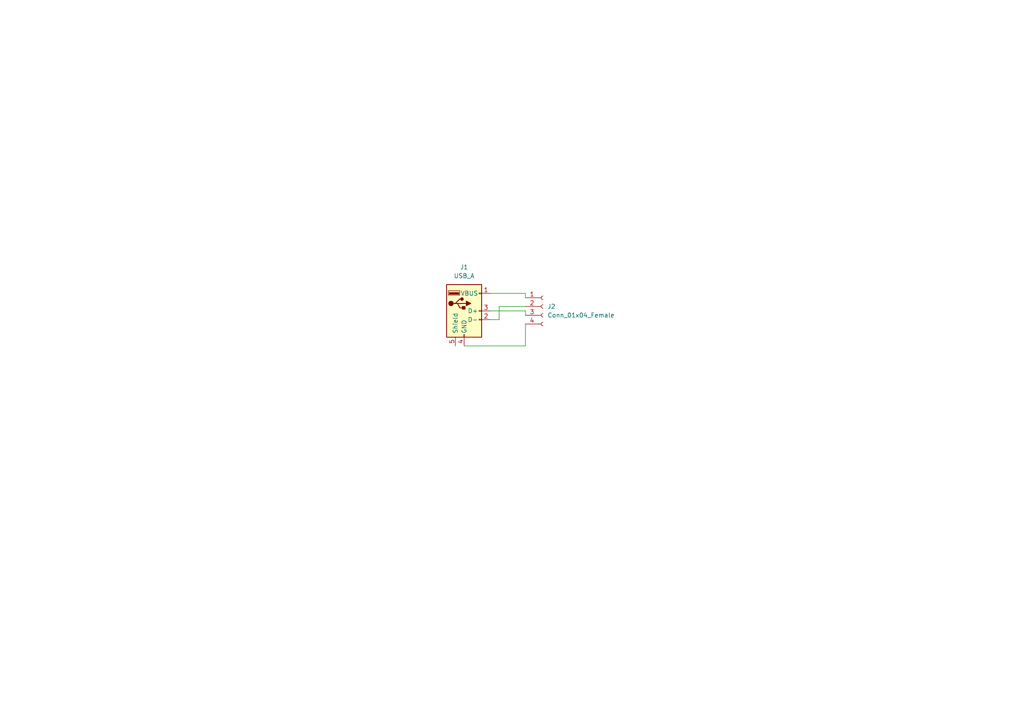
<source format=kicad_sch>
(kicad_sch (version 20211123) (generator eeschema)
  (paper "A4")
  (lib_symbols
    (symbol "Connector:Conn_01x04_Female" (pin_names (offset 1.016) hide)
      (property "Reference" "J" (at 0 5.08 0))
      (property "Value" "Conn_01x04_Female" (at 0 -7.62 0))
      (symbol "Conn_01x04_Female_1_1"
        (arc (start 0 -4.572) (mid -0.508 -5.08) (end 0 -5.588) (stroke (width 0.1524)))
        (arc (start 0 -2.032) (mid -0.508 -2.54) (end 0 -3.048) (stroke (width 0.1524)))
        (polyline (pts (xy -1.27 -5.08) (xy -0.508 -5.08)) (stroke (width 0.1524)))
        (polyline (pts (xy -1.27 -2.54) (xy -0.508 -2.54)) (stroke (width 0.1524)))
        (polyline (pts (xy -1.27 0) (xy -0.508 0)) (stroke (width 0.1524)))
        (polyline (pts (xy -1.27 2.54) (xy -0.508 2.54)) (stroke (width 0.1524)))
        (arc (start 0 0.508) (mid -0.508 0) (end 0 -0.508) (stroke (width 0.1524)))
        (arc (start 0 3.048) (mid -0.508 2.54) (end 0 2.032) (stroke (width 0.1524)))
        (pin passive line (at -5.08 2.54 0) (length 3.81) (name "Pin_1") (number "1"))
        (pin passive line (at -5.08 0 0) (length 3.81) (name "Pin_2") (number "2"))
        (pin passive line (at -5.08 -2.54 0) (length 3.81) (name "Pin_3") (number "3"))
        (pin passive line (at -5.08 -5.08 0) (length 3.81) (name "Pin_4") (number "4"))
      )
    )
    (symbol "Connector:USB_A" (pin_names (offset 1.016))
      (property "Reference" "J" (at -5.08 11.43 0))
      (property "Value" "USB_A" (at -5.08 8.89 0))
      (symbol "USB_A_0_1"
        (rectangle (start -5.08 -7.62) (end 5.08 7.62) (stroke (width 0.254)) (fill (type background)))
        (circle (center -3.81 2.159) (radius 0.635) (stroke (width 0.254)) (fill (type outline)))
        (rectangle (start -1.524 4.826) (end -4.318 5.334) (fill (type outline)))
        (rectangle (start -1.27 4.572) (end -4.572 5.842))
        (circle (center -0.635 3.429) (radius 0.381) (stroke (width 0.254)) (fill (type outline)))
        (rectangle (start -0.127 -7.62) (end 0.127 -6.858))
        (polyline (pts (xy -3.175 2.159) (xy -2.54 2.159) (xy -1.27 3.429) (xy -0.635 3.429)) (stroke (width 0.254)))
        (polyline (pts (xy -2.54 2.159) (xy -1.905 2.159) (xy -1.27 0.889) (xy 0 0.889)) (stroke (width 0.254)))
        (polyline (pts (xy 0.635 2.794) (xy 0.635 1.524) (xy 1.905 2.159) (xy 0.635 2.794)) (stroke (width 0.254)) (fill (type outline)))
        (rectangle (start 0.254 1.27) (end -0.508 0.508) (stroke (width 0.254)) (fill (type outline)))
        (rectangle (start 5.08 -2.667) (end 4.318 -2.413))
        (rectangle (start 5.08 -0.127) (end 4.318 0.127))
        (rectangle (start 5.08 4.953) (end 4.318 5.207))
      )
      (symbol "USB_A_1_1"
        (polyline (pts (xy -1.905 2.159) (xy 0.635 2.159)) (stroke (width 0.254)))
        (pin power_in line (at 7.62 5.08 180) (length 2.54) (name "VBUS") (number "1"))
        (pin bidirectional line (at 7.62 -2.54 180) (length 2.54) (name "D-") (number "2"))
        (pin bidirectional line (at 7.62 0 180) (length 2.54) (name "D+") (number "3"))
        (pin power_in line (at 0 -10.16 90) (length 2.54) (name "GND") (number "4"))
        (pin passive line (at -2.54 -10.16 90) (length 2.54) (name "Shield") (number "5"))
      )
    )
  )
  (wire (pts (xy 142.24 90.17) (xy 152.4 90.17)))
  (wire (pts (xy 152.4 85.09) (xy 152.4 86.36)))
  (wire (pts (xy 142.24 92.71) (xy 144.78 92.71)))
  (wire (pts (xy 142.24 85.09) (xy 152.4 85.09)))
  (wire (pts (xy 144.78 88.9) (xy 152.4 88.9)))
  (wire (pts (xy 134.62 100.33) (xy 152.4 100.33)))
  (wire (pts (xy 152.4 90.17) (xy 152.4 91.44)))
  (wire (pts (xy 152.4 100.33) (xy 152.4 93.98)))
  (wire (pts (xy 144.78 92.71) (xy 144.78 88.9)))
  (symbol (lib_id "Connector:USB_A") (at 134.62 90.17 0) (unit 1)
    (property "Reference" "J1" (at 134.62 77.47 0))
    (property "Value" "USB_A" (at 134.62 80.01 0))
    (property "Footprint" "Connector_USB:USB_A_Molex_105057_Vertical" (effects hide))
    (property "Datasheet" " ~" (effects hide))
  )
  (symbol (lib_id "Connector:Conn_01x04_Female") (at 157.48 88.9 0) (unit 1)
    (property "Reference" "J2" (at 158.75 88.8999 0) (effects (justify left)))
    (property "Value" "Conn_01x04_Female" (at 158.75 91.4399 0) (effects (justify left)))
    (property "Footprint" "Connector_Wire:SolderWire-0.25sqmm_1x04_P4.2mm_D0.65mm_OD1.7mm" (effects hide))
  )
)
</source>
